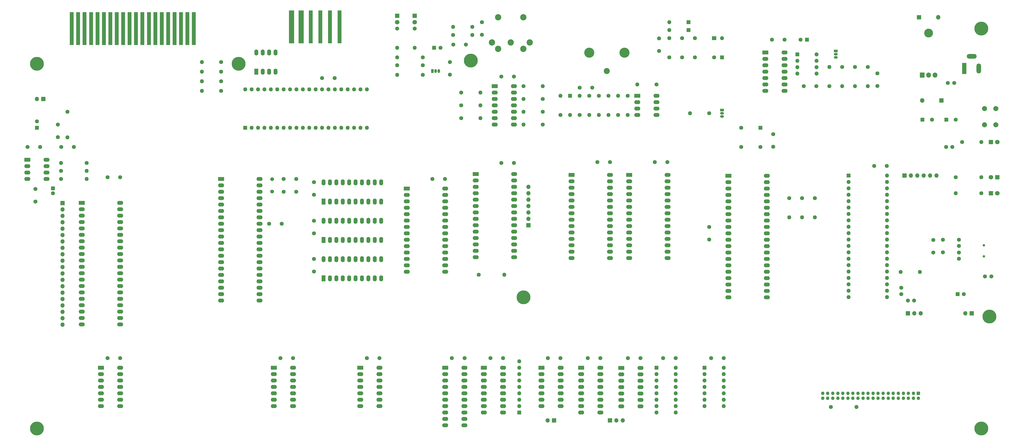
<source format=gbr>
%TF.GenerationSoftware,KiCad,Pcbnew,(6.0.6)*%
%TF.CreationDate,2022-08-30T12:21:23+02:00*%
%TF.ProjectId,Z80AllInOne,5a383041-6c6c-4496-9e4f-6e652e6b6963,rev?*%
%TF.SameCoordinates,Original*%
%TF.FileFunction,Soldermask,Bot*%
%TF.FilePolarity,Negative*%
%FSLAX46Y46*%
G04 Gerber Fmt 4.6, Leading zero omitted, Abs format (unit mm)*
G04 Created by KiCad (PCBNEW (6.0.6)) date 2022-08-30 12:21:23*
%MOMM*%
%LPD*%
G01*
G04 APERTURE LIST*
%ADD10C,5.500000*%
%ADD11C,1.600000*%
%ADD12R,1.800000X1.600000*%
%ADD13R,1.700000X1.700000*%
%ADD14O,1.700000X1.700000*%
%ADD15O,1.600000X1.600000*%
%ADD16R,1.650000X13.000000*%
%ADD17C,2.400000*%
%ADD18C,4.000000*%
%ADD19R,1.800000X1.800000*%
%ADD20C,1.800000*%
%ADD21R,2.400000X1.600000*%
%ADD22O,2.400000X1.600000*%
%ADD23O,3.500000X3.500000*%
%ADD24R,1.905000X2.000000*%
%ADD25O,1.905000X2.000000*%
%ADD26R,1.600000X1.600000*%
%ADD27O,1.800000X1.800000*%
%ADD28C,1.500000*%
%ADD29R,1.600000X2.400000*%
%ADD30O,1.600000X2.400000*%
%ADD31R,1.500000X1.050000*%
%ADD32O,1.500000X1.050000*%
%ADD33C,1.000000*%
%ADD34C,2.500000*%
%ADD35R,1.800000X4.400000*%
%ADD36O,1.800000X4.000000*%
%ADD37O,4.000000X1.800000*%
%ADD38R,2.000000X13.000000*%
%ADD39R,1.350000X1.350000*%
%ADD40O,1.350000X1.350000*%
%ADD41C,2.000000*%
%ADD42R,1.050000X1.500000*%
%ADD43O,1.050000X1.500000*%
G04 APERTURE END LIST*
D10*
%TO.C,*%
X214630000Y-146050000D03*
%TD*%
D11*
%TO.C,K1*%
X282575000Y-43180000D03*
X277495000Y-43180000D03*
X272415000Y-43180000D03*
X282575000Y-50800000D03*
X277495000Y-50800000D03*
X272415000Y-50800000D03*
D12*
X290195000Y-43180000D03*
D11*
X290195000Y-50800000D03*
%TD*%
D13*
%TO.C,JP4*%
X248920000Y-194945000D03*
D14*
X251460000Y-194945000D03*
X254000000Y-194945000D03*
%TD*%
D10*
%TO.C,*%
X396240000Y-198120000D03*
%TD*%
D11*
%TO.C,C4*%
X313690000Y-81320000D03*
X313690000Y-86320000D03*
%TD*%
%TO.C,R21*%
X335905000Y-62215564D03*
D15*
X335905000Y-54595564D03*
%TD*%
D11*
%TO.C,C49*%
X198120000Y-41870000D03*
X198120000Y-36870000D03*
%TD*%
D16*
%TO.C,JE1*%
X83820000Y-39370000D03*
X81270000Y-39370000D03*
X78720000Y-39370000D03*
X76170000Y-39370000D03*
X73620000Y-39370000D03*
X71070000Y-39370000D03*
X68520000Y-39370000D03*
X65970000Y-39370000D03*
X63420000Y-39370000D03*
X60870000Y-39370000D03*
X58320000Y-39370000D03*
X55770000Y-39370000D03*
X53220000Y-39370000D03*
X50670000Y-39370000D03*
X48120000Y-39370000D03*
X45570000Y-39370000D03*
X43020000Y-39370000D03*
X40470000Y-39370000D03*
X37920000Y-39370000D03*
X35370000Y-39370000D03*
%TD*%
D11*
%TO.C,R5*%
X94615000Y-56515000D03*
D15*
X86995000Y-56515000D03*
%TD*%
D11*
%TO.C,C32*%
X20955000Y-103095112D03*
X20955000Y-108095112D03*
%TD*%
%TO.C,R19*%
X174625000Y-50800000D03*
D15*
X164465000Y-50800000D03*
%TD*%
D17*
%TO.C,J3*%
X247650000Y-56210000D03*
D18*
X254650000Y-48940000D03*
X240650000Y-48940000D03*
%TD*%
D19*
%TO.C,D4*%
X400050000Y-84455000D03*
D20*
X402590000Y-84455000D03*
%TD*%
D11*
%TO.C,C38*%
X206470000Y-170180000D03*
X201470000Y-170180000D03*
%TD*%
D21*
%TO.C,U28*%
X183515000Y-173990000D03*
D22*
X183515000Y-176530000D03*
X183515000Y-179070000D03*
X183515000Y-181610000D03*
X183515000Y-184150000D03*
X183515000Y-186690000D03*
X183515000Y-189230000D03*
X183515000Y-191770000D03*
X183515000Y-194310000D03*
X183515000Y-196850000D03*
X191135000Y-196850000D03*
X191135000Y-194310000D03*
X191135000Y-191770000D03*
X191135000Y-189230000D03*
X191135000Y-186690000D03*
X191135000Y-184150000D03*
X191135000Y-181610000D03*
X191135000Y-179070000D03*
X191135000Y-176530000D03*
X191135000Y-173990000D03*
%TD*%
D11*
%TO.C,R38*%
X244475000Y-66030000D03*
D15*
X244475000Y-73650000D03*
%TD*%
D23*
%TO.C,U29*%
X375285000Y-41190000D03*
D24*
X372745000Y-57850000D03*
D25*
X375285000Y-57850000D03*
X377825000Y-57850000D03*
%TD*%
D26*
%TO.C,D10*%
X233045000Y-66030000D03*
D15*
X233045000Y-73650000D03*
%TD*%
D26*
%TO.C,D8*%
X280035000Y-40005000D03*
D15*
X272415000Y-40005000D03*
%TD*%
D26*
%TO.C,C19*%
X179152375Y-46990000D03*
D11*
X181652375Y-46990000D03*
%TD*%
D26*
%TO.C,U23*%
X323215000Y-49655564D03*
D15*
X323215000Y-52195564D03*
X323215000Y-54735564D03*
X323215000Y-57275564D03*
X330835000Y-57275564D03*
X330835000Y-54735564D03*
X330835000Y-52195564D03*
X330835000Y-49655564D03*
%TD*%
D11*
%TO.C,C37*%
X224235000Y-170180000D03*
X229235000Y-170180000D03*
%TD*%
%TO.C,R14*%
X41275000Y-92710000D03*
D15*
X31115000Y-92710000D03*
%TD*%
D11*
%TO.C,C6*%
X353735000Y-93945000D03*
X358735000Y-93945000D03*
%TD*%
%TO.C,R4*%
X94615000Y-52705000D03*
D15*
X86995000Y-52705000D03*
%TD*%
D21*
%TO.C,U26*%
X198875000Y-174005000D03*
D22*
X198875000Y-176545000D03*
X198875000Y-179085000D03*
X198875000Y-181625000D03*
X198875000Y-184165000D03*
X198875000Y-186705000D03*
X198875000Y-189245000D03*
X198875000Y-191785000D03*
X206495000Y-191785000D03*
X206495000Y-189245000D03*
X206495000Y-186705000D03*
X206495000Y-184165000D03*
X206495000Y-181625000D03*
X206495000Y-179085000D03*
X206495000Y-176545000D03*
X206495000Y-174005000D03*
%TD*%
D11*
%TO.C,R3*%
X325120000Y-106680000D03*
D15*
X325120000Y-114300000D03*
%TD*%
D21*
%TO.C,U2*%
X233680000Y-97515000D03*
D22*
X233680000Y-100055000D03*
X233680000Y-102595000D03*
X233680000Y-105135000D03*
X233680000Y-107675000D03*
X233680000Y-110215000D03*
X233680000Y-112755000D03*
X233680000Y-115295000D03*
X233680000Y-117835000D03*
X233680000Y-120375000D03*
X233680000Y-122915000D03*
X233680000Y-125455000D03*
X233680000Y-127995000D03*
X233680000Y-130535000D03*
X248920000Y-130535000D03*
X248920000Y-127995000D03*
X248920000Y-125455000D03*
X248920000Y-122915000D03*
X248920000Y-120375000D03*
X248920000Y-117835000D03*
X248920000Y-115295000D03*
X248920000Y-112755000D03*
X248920000Y-110215000D03*
X248920000Y-107675000D03*
X248920000Y-105135000D03*
X248920000Y-102595000D03*
X248920000Y-100055000D03*
X248920000Y-97515000D03*
%TD*%
D11*
%TO.C,C30*%
X31195000Y-86360000D03*
X36195000Y-86360000D03*
%TD*%
%TO.C,C31*%
X17860000Y-86360000D03*
X22860000Y-86360000D03*
%TD*%
D19*
%TO.C,D6*%
X402590000Y-98425000D03*
D20*
X400050000Y-98425000D03*
%TD*%
D11*
%TO.C,C34*%
X354955000Y-62175564D03*
X354955000Y-57175564D03*
%TD*%
D21*
%TO.C,U20*%
X46990000Y-173975000D03*
D22*
X46990000Y-176515000D03*
X46990000Y-179055000D03*
X46990000Y-181595000D03*
X46990000Y-184135000D03*
X46990000Y-186675000D03*
X46990000Y-189215000D03*
X54610000Y-189215000D03*
X54610000Y-186675000D03*
X54610000Y-184135000D03*
X54610000Y-181595000D03*
X54610000Y-179055000D03*
X54610000Y-176515000D03*
X54610000Y-173975000D03*
%TD*%
D11*
%TO.C,R29*%
X222250000Y-72390000D03*
D15*
X214630000Y-72390000D03*
%TD*%
D11*
%TO.C,C3*%
X266700000Y-92430000D03*
X271700000Y-92430000D03*
%TD*%
D21*
%TO.C,U3*%
X256540000Y-97515000D03*
D22*
X256540000Y-100055000D03*
X256540000Y-102595000D03*
X256540000Y-105135000D03*
X256540000Y-107675000D03*
X256540000Y-110215000D03*
X256540000Y-112755000D03*
X256540000Y-115295000D03*
X256540000Y-117835000D03*
X256540000Y-120375000D03*
X256540000Y-122915000D03*
X256540000Y-125455000D03*
X256540000Y-127995000D03*
X256540000Y-130535000D03*
X271780000Y-130535000D03*
X271780000Y-127995000D03*
X271780000Y-125455000D03*
X271780000Y-122915000D03*
X271780000Y-120375000D03*
X271780000Y-117835000D03*
X271780000Y-115295000D03*
X271780000Y-112755000D03*
X271780000Y-110215000D03*
X271780000Y-107675000D03*
X271780000Y-105135000D03*
X271780000Y-102595000D03*
X271780000Y-100055000D03*
X271780000Y-97515000D03*
%TD*%
D26*
%TO.C,U4*%
X104185000Y-78785000D03*
D15*
X106725000Y-78785000D03*
X109265000Y-78785000D03*
X111805000Y-78785000D03*
X114345000Y-78785000D03*
X116885000Y-78785000D03*
X119425000Y-78785000D03*
X121965000Y-78785000D03*
X124505000Y-78785000D03*
X127045000Y-78785000D03*
X129585000Y-78785000D03*
X132125000Y-78785000D03*
X134665000Y-78785000D03*
X137205000Y-78785000D03*
X139745000Y-78785000D03*
X142285000Y-78785000D03*
X144825000Y-78785000D03*
X147365000Y-78785000D03*
X149905000Y-78785000D03*
X152445000Y-78785000D03*
X152445000Y-63545000D03*
X149905000Y-63545000D03*
X147365000Y-63545000D03*
X144825000Y-63545000D03*
X142285000Y-63545000D03*
X139745000Y-63545000D03*
X137205000Y-63545000D03*
X134665000Y-63545000D03*
X132125000Y-63545000D03*
X129585000Y-63545000D03*
X127045000Y-63545000D03*
X124505000Y-63545000D03*
X121965000Y-63545000D03*
X119425000Y-63545000D03*
X116885000Y-63545000D03*
X114345000Y-63545000D03*
X111805000Y-63545000D03*
X109265000Y-63545000D03*
X106725000Y-63545000D03*
X104185000Y-63545000D03*
%TD*%
D19*
%TO.C,D3*%
X380365000Y-67945000D03*
D27*
X372745000Y-67945000D03*
%TD*%
D21*
%TO.C,U13*%
X253350000Y-174090000D03*
D22*
X253350000Y-176630000D03*
X253350000Y-179170000D03*
X253350000Y-181710000D03*
X253350000Y-184250000D03*
X253350000Y-186790000D03*
X253350000Y-189330000D03*
X260970000Y-189330000D03*
X260970000Y-186790000D03*
X260970000Y-184250000D03*
X260970000Y-181710000D03*
X260970000Y-179170000D03*
X260970000Y-176630000D03*
X260970000Y-174090000D03*
%TD*%
D11*
%TO.C,R24*%
X288290000Y-73025000D03*
D15*
X280670000Y-73025000D03*
%TD*%
D11*
%TO.C,C23*%
X131445000Y-120650000D03*
X131445000Y-115650000D03*
%TD*%
D10*
%TO.C,*%
X101600000Y-53340000D03*
%TD*%
D21*
%TO.C,U19*%
X259715000Y-66040000D03*
D22*
X259715000Y-68580000D03*
X259715000Y-71120000D03*
X259715000Y-73660000D03*
X267335000Y-73660000D03*
X267335000Y-71120000D03*
X267335000Y-68580000D03*
X267335000Y-66040000D03*
%TD*%
D13*
%TO.C,JP2*%
X367045000Y-152400000D03*
D14*
X369585000Y-152400000D03*
X372125000Y-152400000D03*
%TD*%
D11*
%TO.C,R36*%
X248285000Y-66030000D03*
D15*
X248285000Y-73650000D03*
%TD*%
D11*
%TO.C,R8*%
X171450000Y-39370000D03*
D15*
X171450000Y-46990000D03*
%TD*%
D11*
%TO.C,C29*%
X54610000Y-98425000D03*
X49610000Y-98425000D03*
%TD*%
D28*
%TO.C,Y2*%
X114875000Y-104050000D03*
X114875000Y-99150000D03*
%TD*%
D10*
%TO.C,*%
X21590000Y-53340000D03*
%TD*%
D11*
%TO.C,C27*%
X274965000Y-170190000D03*
X269965000Y-170190000D03*
%TD*%
%TO.C,R32*%
X194310000Y-38735000D03*
D15*
X186690000Y-38735000D03*
%TD*%
D29*
%TO.C,U9*%
X135255000Y-123290000D03*
D30*
X137795000Y-123290000D03*
X140335000Y-123290000D03*
X142875000Y-123290000D03*
X145415000Y-123290000D03*
X147955000Y-123290000D03*
X150495000Y-123290000D03*
X153035000Y-123290000D03*
X155575000Y-123290000D03*
X158115000Y-123290000D03*
X158115000Y-115670000D03*
X155575000Y-115670000D03*
X153035000Y-115670000D03*
X150495000Y-115670000D03*
X147955000Y-115670000D03*
X145415000Y-115670000D03*
X142875000Y-115670000D03*
X140335000Y-115670000D03*
X137795000Y-115670000D03*
X135255000Y-115670000D03*
%TD*%
D29*
%TO.C,U8*%
X135260000Y-108040000D03*
D30*
X137800000Y-108040000D03*
X140340000Y-108040000D03*
X142880000Y-108040000D03*
X145420000Y-108040000D03*
X147960000Y-108040000D03*
X150500000Y-108040000D03*
X153040000Y-108040000D03*
X155580000Y-108040000D03*
X158120000Y-108040000D03*
X158120000Y-100420000D03*
X155580000Y-100420000D03*
X153040000Y-100420000D03*
X150500000Y-100420000D03*
X147960000Y-100420000D03*
X145420000Y-100420000D03*
X142880000Y-100420000D03*
X140340000Y-100420000D03*
X137800000Y-100420000D03*
X135260000Y-100420000D03*
%TD*%
D11*
%TO.C,R28*%
X222250000Y-77470000D03*
D15*
X214630000Y-77470000D03*
%TD*%
D11*
%TO.C,R35*%
X252095000Y-73650000D03*
D15*
X252095000Y-66030000D03*
%TD*%
D26*
%TO.C,U27*%
X286425000Y-173990000D03*
D15*
X286425000Y-176530000D03*
X286425000Y-179070000D03*
X286425000Y-181610000D03*
X286425000Y-184150000D03*
X286425000Y-186690000D03*
X286425000Y-189230000D03*
X294045000Y-189230000D03*
X294045000Y-186690000D03*
X294045000Y-184150000D03*
X294045000Y-181610000D03*
X294045000Y-179070000D03*
X294045000Y-176530000D03*
X294045000Y-173990000D03*
%TD*%
D13*
%TO.C,SPEAKER1*%
X24130000Y-67310000D03*
D14*
X21590000Y-67310000D03*
%TD*%
D26*
%TO.C,C42*%
X27940000Y-102775000D03*
D11*
X27940000Y-104775000D03*
%TD*%
%TO.C,R33*%
X186690000Y-41910000D03*
D15*
X194310000Y-41910000D03*
%TD*%
D11*
%TO.C,R10*%
X364202500Y-135990000D03*
D15*
X371822500Y-135990000D03*
%TD*%
D11*
%TO.C,R37*%
X267335000Y-61585000D03*
D15*
X259715000Y-61585000D03*
%TD*%
D11*
%TO.C,R12*%
X31115000Y-99060000D03*
D15*
X41275000Y-99060000D03*
%TD*%
D21*
%TO.C,U12*%
X310515000Y-48895000D03*
D22*
X310515000Y-51435000D03*
X310515000Y-53975000D03*
X310515000Y-56515000D03*
X310515000Y-59055000D03*
X310515000Y-61595000D03*
X310515000Y-64135000D03*
X318135000Y-64135000D03*
X318135000Y-61595000D03*
X318135000Y-59055000D03*
X318135000Y-56515000D03*
X318135000Y-53975000D03*
X318135000Y-51435000D03*
X318135000Y-48895000D03*
%TD*%
D21*
%TO.C,U22*%
X17780000Y-91440000D03*
D22*
X17780000Y-93980000D03*
X17780000Y-96520000D03*
X17780000Y-99060000D03*
X25400000Y-99060000D03*
X25400000Y-96520000D03*
X25400000Y-93980000D03*
X25400000Y-91440000D03*
%TD*%
D11*
%TO.C,C26*%
X118190000Y-170185000D03*
X123190000Y-170185000D03*
%TD*%
D26*
%TO.C,C54*%
X382280000Y-75565000D03*
D11*
X386080000Y-75565000D03*
%TD*%
%TO.C,R11*%
X386080000Y-98425000D03*
D15*
X396240000Y-98425000D03*
%TD*%
D11*
%TO.C,C35*%
X325785000Y-62215564D03*
X330785000Y-62215564D03*
%TD*%
%TO.C,C51*%
X236855000Y-62855000D03*
X241855000Y-62855000D03*
%TD*%
%TO.C,R7*%
X94615000Y-64135000D03*
D15*
X86995000Y-64135000D03*
%TD*%
D11*
%TO.C,R43*%
X396240000Y-104775000D03*
D15*
X386080000Y-104775000D03*
%TD*%
D13*
%TO.C,J4*%
X365760000Y-97755000D03*
D14*
X368300000Y-97755000D03*
X370840000Y-97755000D03*
X373380000Y-97755000D03*
X375920000Y-97755000D03*
X378460000Y-97755000D03*
%TD*%
D11*
%TO.C,R2*%
X320040000Y-106680000D03*
D15*
X320040000Y-114300000D03*
%TD*%
D11*
%TO.C,R30*%
X222250000Y-67310000D03*
D15*
X214630000Y-67310000D03*
%TD*%
D29*
%TO.C,U10*%
X135260000Y-138520000D03*
D30*
X137800000Y-138520000D03*
X140340000Y-138520000D03*
X142880000Y-138520000D03*
X145420000Y-138520000D03*
X147960000Y-138520000D03*
X150500000Y-138520000D03*
X153040000Y-138520000D03*
X155580000Y-138520000D03*
X158120000Y-138520000D03*
X158120000Y-130900000D03*
X155580000Y-130900000D03*
X153040000Y-130900000D03*
X150500000Y-130900000D03*
X147960000Y-130900000D03*
X145420000Y-130900000D03*
X142880000Y-130900000D03*
X140340000Y-130900000D03*
X137800000Y-130900000D03*
X135260000Y-130900000D03*
%TD*%
D10*
%TO.C,*%
X193675000Y-52070000D03*
%TD*%
D11*
%TO.C,C17*%
X124420000Y-99060000D03*
X119420000Y-99060000D03*
%TD*%
D13*
%TO.C,JP1*%
X392430000Y-152400000D03*
D14*
X389890000Y-152400000D03*
%TD*%
D21*
%TO.C,U18*%
X203200000Y-62230000D03*
D22*
X203200000Y-64770000D03*
X203200000Y-67310000D03*
X203200000Y-69850000D03*
X203200000Y-72390000D03*
X203200000Y-74930000D03*
X203200000Y-77470000D03*
X210820000Y-77470000D03*
X210820000Y-74930000D03*
X210820000Y-72390000D03*
X210820000Y-69850000D03*
X210820000Y-67310000D03*
X210820000Y-64770000D03*
X210820000Y-62230000D03*
%TD*%
D31*
%TO.C,Q3*%
X338445000Y-48245564D03*
D32*
X338445000Y-49515564D03*
X338445000Y-50785564D03*
%TD*%
D21*
%TO.C,U17*%
X149865000Y-173990000D03*
D22*
X149865000Y-176530000D03*
X149865000Y-179070000D03*
X149865000Y-181610000D03*
X149865000Y-184150000D03*
X149865000Y-186690000D03*
X149865000Y-189230000D03*
X157485000Y-189230000D03*
X157485000Y-186690000D03*
X157485000Y-184150000D03*
X157485000Y-181610000D03*
X157485000Y-179070000D03*
X157485000Y-176530000D03*
X157485000Y-173990000D03*
%TD*%
D26*
%TO.C,U5*%
X343530000Y-97760000D03*
D15*
X343530000Y-100300000D03*
X343530000Y-102840000D03*
X343530000Y-105380000D03*
X343530000Y-107920000D03*
X343530000Y-110460000D03*
X343530000Y-113000000D03*
X343530000Y-115540000D03*
X343530000Y-118080000D03*
X343530000Y-120620000D03*
X343530000Y-123160000D03*
X343530000Y-125700000D03*
X343530000Y-128240000D03*
X343530000Y-130780000D03*
X343530000Y-133320000D03*
X343530000Y-135860000D03*
X343530000Y-138400000D03*
X343530000Y-140940000D03*
X343530000Y-143480000D03*
X343530000Y-146020000D03*
X358770000Y-146020000D03*
X358770000Y-143480000D03*
X358770000Y-140940000D03*
X358770000Y-138400000D03*
X358770000Y-135860000D03*
X358770000Y-133320000D03*
X358770000Y-130780000D03*
X358770000Y-128240000D03*
X358770000Y-125700000D03*
X358770000Y-123160000D03*
X358770000Y-120620000D03*
X358770000Y-118080000D03*
X358770000Y-115540000D03*
X358770000Y-113000000D03*
X358770000Y-110460000D03*
X358770000Y-107920000D03*
X358770000Y-105380000D03*
X358770000Y-102840000D03*
X358770000Y-100300000D03*
X358770000Y-97760000D03*
%TD*%
D11*
%TO.C,R13*%
X31115000Y-95885000D03*
D15*
X41275000Y-95885000D03*
%TD*%
D21*
%TO.C,U24*%
X195630000Y-97155000D03*
D22*
X195630000Y-99695000D03*
X195630000Y-102235000D03*
X195630000Y-104775000D03*
X195630000Y-107315000D03*
X195630000Y-109855000D03*
X195630000Y-112395000D03*
X195630000Y-114935000D03*
X195630000Y-117475000D03*
X195630000Y-120015000D03*
X195630000Y-122555000D03*
X195630000Y-125095000D03*
X195630000Y-127635000D03*
X195630000Y-130175000D03*
X210870000Y-130175000D03*
X210870000Y-127635000D03*
X210870000Y-125095000D03*
X210870000Y-122555000D03*
X210870000Y-120015000D03*
X210870000Y-117475000D03*
X210870000Y-114935000D03*
X210870000Y-112395000D03*
X210870000Y-109855000D03*
X210870000Y-107315000D03*
X210870000Y-104775000D03*
X210870000Y-102235000D03*
X210870000Y-99695000D03*
X210870000Y-97155000D03*
%TD*%
D26*
%TO.C,C41*%
X386779888Y-144780000D03*
D11*
X389279888Y-144780000D03*
%TD*%
%TO.C,C46*%
X318125000Y-43820000D03*
X313125000Y-43820000D03*
%TD*%
D21*
%TO.C,U7*%
X94615000Y-99065000D03*
D22*
X94615000Y-101605000D03*
X94615000Y-104145000D03*
X94615000Y-106685000D03*
X94615000Y-109225000D03*
X94615000Y-111765000D03*
X94615000Y-114305000D03*
X94615000Y-116845000D03*
X94615000Y-119385000D03*
X94615000Y-121925000D03*
X94615000Y-124465000D03*
X94615000Y-127005000D03*
X94615000Y-129545000D03*
X94615000Y-132085000D03*
X94615000Y-134625000D03*
X94615000Y-137165000D03*
X94615000Y-139705000D03*
X94615000Y-142245000D03*
X94615000Y-144785000D03*
X94615000Y-147325000D03*
X109855000Y-147325000D03*
X109855000Y-144785000D03*
X109855000Y-142245000D03*
X109855000Y-139705000D03*
X109855000Y-137165000D03*
X109855000Y-134625000D03*
X109855000Y-132085000D03*
X109855000Y-129545000D03*
X109855000Y-127005000D03*
X109855000Y-124465000D03*
X109855000Y-121925000D03*
X109855000Y-119385000D03*
X109855000Y-116845000D03*
X109855000Y-114305000D03*
X109855000Y-111765000D03*
X109855000Y-109225000D03*
X109855000Y-106685000D03*
X109855000Y-104145000D03*
X109855000Y-101605000D03*
X109855000Y-99065000D03*
%TD*%
D11*
%TO.C,C24*%
X178475000Y-99060000D03*
X183475000Y-99060000D03*
%TD*%
D19*
%TO.C,D11*%
X400050000Y-104775000D03*
D20*
X402590000Y-104775000D03*
%TD*%
D33*
%TO.C,J1*%
X397200000Y-125430000D03*
X397200000Y-129830000D03*
%TD*%
D11*
%TO.C,C20*%
X113705000Y-116840000D03*
X118705000Y-116840000D03*
%TD*%
%TO.C,R40*%
X236855000Y-73650000D03*
D15*
X236855000Y-66030000D03*
%TD*%
D31*
%TO.C,Q4*%
X293370000Y-71755000D03*
D32*
X293370000Y-73025000D03*
X293370000Y-74295000D03*
%TD*%
D11*
%TO.C,C5*%
X134660000Y-59055000D03*
X139660000Y-59055000D03*
%TD*%
D34*
%TO.C,J6*%
X202050000Y-44910000D03*
X209550000Y-44910000D03*
X217050000Y-44910000D03*
X204550000Y-47410000D03*
X214550000Y-47410000D03*
X214550000Y-34910000D03*
X204550000Y-34910000D03*
%TD*%
D11*
%TO.C,R42*%
X196850000Y-137110000D03*
D15*
X207010000Y-137110000D03*
%TD*%
D11*
%TO.C,C2*%
X243920000Y-92430000D03*
X248920000Y-92430000D03*
%TD*%
%TO.C,C1*%
X288290000Y-123110000D03*
X288290000Y-118110000D03*
%TD*%
%TO.C,C39*%
X210820000Y-92710000D03*
X205820000Y-92710000D03*
%TD*%
D35*
%TO.C,JP5*%
X389430000Y-55210000D03*
D36*
X395230000Y-55210000D03*
D37*
X392430000Y-50410000D03*
%TD*%
D11*
%TO.C,C52*%
X289005000Y-170180000D03*
X294005000Y-170180000D03*
%TD*%
%TO.C,C47*%
X268357500Y-48265000D03*
X268357500Y-43265000D03*
%TD*%
%TO.C,R39*%
X240665000Y-66030000D03*
D15*
X240665000Y-73650000D03*
%TD*%
D11*
%TO.C,C48*%
X191770000Y-45720000D03*
X186770000Y-45720000D03*
%TD*%
%TO.C,C22*%
X131445000Y-135850000D03*
X131445000Y-130850000D03*
%TD*%
D26*
%TO.C,C36*%
X327015000Y-43820000D03*
D11*
X324515000Y-43820000D03*
%TD*%
%TO.C,C21*%
X131445000Y-100330000D03*
X131445000Y-105330000D03*
%TD*%
D21*
%TO.C,U21*%
X39370000Y-108585000D03*
D22*
X39370000Y-111125000D03*
X39370000Y-113665000D03*
X39370000Y-116205000D03*
X39370000Y-118745000D03*
X39370000Y-121285000D03*
X39370000Y-123825000D03*
X39370000Y-126365000D03*
X39370000Y-128905000D03*
X39370000Y-131445000D03*
X39370000Y-133985000D03*
X39370000Y-136525000D03*
X39370000Y-139065000D03*
X39370000Y-141605000D03*
X39370000Y-144145000D03*
X39370000Y-146685000D03*
X39370000Y-149225000D03*
X39370000Y-151765000D03*
X39370000Y-154305000D03*
X39370000Y-156845000D03*
X54610000Y-156845000D03*
X54610000Y-154305000D03*
X54610000Y-151765000D03*
X54610000Y-149225000D03*
X54610000Y-146685000D03*
X54610000Y-144145000D03*
X54610000Y-141605000D03*
X54610000Y-139065000D03*
X54610000Y-136525000D03*
X54610000Y-133985000D03*
X54610000Y-131445000D03*
X54610000Y-128905000D03*
X54610000Y-126365000D03*
X54610000Y-123825000D03*
X54610000Y-121285000D03*
X54610000Y-118745000D03*
X54610000Y-116205000D03*
X54610000Y-113665000D03*
X54610000Y-111125000D03*
X54610000Y-108585000D03*
%TD*%
D11*
%TO.C,R25*%
X189865000Y-64770000D03*
D15*
X197485000Y-64770000D03*
%TD*%
D26*
%TO.C,C53*%
X372847349Y-75565000D03*
D11*
X376647349Y-75565000D03*
%TD*%
%TO.C,R18*%
X174625000Y-53975000D03*
D15*
X164465000Y-53975000D03*
%TD*%
D11*
%TO.C,C45*%
X382197651Y-86360000D03*
X384697651Y-86360000D03*
%TD*%
%TO.C,C28*%
X49600000Y-170170000D03*
X54600000Y-170170000D03*
%TD*%
%TO.C,C12*%
X387350000Y-128290000D03*
X387350000Y-130790000D03*
%TD*%
%TO.C,C9*%
X377190000Y-128270000D03*
X377190000Y-123270000D03*
%TD*%
%TO.C,R27*%
X189865000Y-74930000D03*
D15*
X197485000Y-74930000D03*
%TD*%
D11*
%TO.C,C15*%
X245110000Y-170180000D03*
X240110000Y-170180000D03*
%TD*%
%TO.C,R41*%
X229235000Y-73650000D03*
D15*
X229235000Y-66030000D03*
%TD*%
D13*
%TO.C,JP3*%
X226700000Y-194945000D03*
D14*
X224160000Y-194945000D03*
%TD*%
D11*
%TO.C,R6*%
X94615000Y-60325000D03*
D15*
X86995000Y-60325000D03*
%TD*%
D19*
%TO.C,D1*%
X171450000Y-34290000D03*
D20*
X171450000Y-36830000D03*
%TD*%
D11*
%TO.C,C40*%
X191185000Y-170170000D03*
X186185000Y-170170000D03*
%TD*%
%TO.C,C11*%
X387350000Y-123190000D03*
X387350000Y-125690000D03*
%TD*%
D16*
%TO.C,J2*%
X141605000Y-38735000D03*
X137795000Y-38735000D03*
X133985000Y-38735000D03*
X130175000Y-38735000D03*
D38*
X126365000Y-38735000D03*
X122555000Y-38735000D03*
%TD*%
D11*
%TO.C,R34*%
X255905000Y-66030000D03*
D15*
X255905000Y-73650000D03*
%TD*%
D11*
%TO.C,R1*%
X330200000Y-106680000D03*
D15*
X330200000Y-114300000D03*
%TD*%
D11*
%TO.C,R22*%
X340985000Y-54595564D03*
D15*
X340985000Y-62215564D03*
%TD*%
D26*
%TO.C,U15*%
X267335000Y-173990000D03*
D15*
X267335000Y-176530000D03*
X267335000Y-179070000D03*
X267335000Y-181610000D03*
X267335000Y-184150000D03*
X267335000Y-186690000D03*
X267335000Y-189230000D03*
X267335000Y-191770000D03*
X274955000Y-191770000D03*
X274955000Y-189230000D03*
X274955000Y-186690000D03*
X274955000Y-184150000D03*
X274955000Y-181610000D03*
X274955000Y-179070000D03*
X274955000Y-176530000D03*
X274955000Y-173990000D03*
%TD*%
D10*
%TO.C,REF\u002A\u002A*%
X21590000Y-198120000D03*
%TD*%
D11*
%TO.C,C33*%
X29845000Y-82510000D03*
X29845000Y-77510000D03*
%TD*%
%TO.C,R20*%
X346065000Y-54595564D03*
D15*
X346065000Y-62215564D03*
%TD*%
D11*
%TO.C,R23*%
X388620000Y-84455000D03*
D15*
X396240000Y-84455000D03*
%TD*%
D26*
%TO.C,D7*%
X293370000Y-50800000D03*
D15*
X293370000Y-43180000D03*
%TD*%
D22*
%TO.C,U1*%
X311150000Y-97790000D03*
X311150000Y-100330000D03*
X311150000Y-102870000D03*
X311150000Y-105410000D03*
X311150000Y-107950000D03*
X311150000Y-110490000D03*
X311150000Y-113030000D03*
X311150000Y-115570000D03*
X311150000Y-118110000D03*
X311150000Y-120650000D03*
X311150000Y-123190000D03*
X311150000Y-125730000D03*
X311150000Y-128270000D03*
X311150000Y-130810000D03*
X311150000Y-133350000D03*
X311150000Y-135890000D03*
X311150000Y-138430000D03*
X311150000Y-140970000D03*
X311150000Y-143510000D03*
X311150000Y-146050000D03*
X295910000Y-146050000D03*
X295910000Y-143510000D03*
X295910000Y-140970000D03*
X295910000Y-138430000D03*
X295910000Y-135890000D03*
X295910000Y-133350000D03*
X295910000Y-130810000D03*
X295910000Y-128270000D03*
X295910000Y-125730000D03*
X295910000Y-123190000D03*
X295910000Y-120650000D03*
X295910000Y-118110000D03*
X295910000Y-115570000D03*
X295910000Y-113030000D03*
X295910000Y-110490000D03*
X295910000Y-107950000D03*
X295910000Y-105410000D03*
X295910000Y-102870000D03*
X295910000Y-100330000D03*
D21*
X295910000Y-97790000D03*
%TD*%
D13*
%TO.C,J7*%
X31730000Y-108660000D03*
D14*
X31730000Y-111200000D03*
X31730000Y-113740000D03*
X31730000Y-116280000D03*
X31730000Y-118820000D03*
X31730000Y-121360000D03*
X31730000Y-123900000D03*
X31730000Y-126440000D03*
X31730000Y-128980000D03*
X31730000Y-131520000D03*
X31730000Y-134060000D03*
X31730000Y-136600000D03*
X31730000Y-139140000D03*
X31730000Y-141680000D03*
X31730000Y-144220000D03*
X31730000Y-146760000D03*
X31730000Y-149300000D03*
X31730000Y-151840000D03*
X31730000Y-154380000D03*
X31730000Y-156920000D03*
%TD*%
D39*
%TO.C,J10*%
X371267500Y-184150000D03*
D40*
X371267500Y-186150000D03*
X369267500Y-184150000D03*
X369267500Y-186150000D03*
X367267500Y-184150000D03*
X367267500Y-186150000D03*
X365267500Y-184150000D03*
X365267500Y-186150000D03*
X363267500Y-184150000D03*
X363267500Y-186150000D03*
X361267500Y-184150000D03*
X361267500Y-186150000D03*
X359267500Y-184150000D03*
X359267500Y-186150000D03*
X357267500Y-184150000D03*
X357267500Y-186150000D03*
X355267500Y-184150000D03*
X355267500Y-186150000D03*
X353267500Y-184150000D03*
X353267500Y-186150000D03*
X351267500Y-184150000D03*
X351267500Y-186150000D03*
X349267500Y-184150000D03*
X349267500Y-186150000D03*
X347267500Y-184150000D03*
X347267500Y-186150000D03*
X345267500Y-184150000D03*
X345267500Y-186150000D03*
X343267500Y-184150000D03*
X343267500Y-186150000D03*
X341267500Y-184150000D03*
X341267500Y-186150000D03*
X339267500Y-184150000D03*
X339267500Y-186150000D03*
X337267500Y-184150000D03*
X337267500Y-186150000D03*
X335267500Y-184150000D03*
X335267500Y-186150000D03*
X333267500Y-184150000D03*
X333267500Y-186150000D03*
%TD*%
D26*
%TO.C,RN1*%
X212860000Y-191770000D03*
D15*
X212860000Y-189230000D03*
X212860000Y-186690000D03*
X212860000Y-184150000D03*
X212860000Y-181610000D03*
X212860000Y-179070000D03*
X212860000Y-176530000D03*
X212860000Y-173990000D03*
X212860000Y-171450000D03*
%TD*%
D11*
%TO.C,R15*%
X33655000Y-72390000D03*
D15*
X33655000Y-82550000D03*
%TD*%
D19*
%TO.C,D12*%
X371475000Y-34925000D03*
D27*
X379095000Y-34925000D03*
%TD*%
D11*
%TO.C,C7*%
X369570000Y-147320000D03*
X367070000Y-147320000D03*
%TD*%
%TO.C,R26*%
X189865000Y-69850000D03*
D15*
X197485000Y-69850000D03*
%TD*%
D21*
%TO.C,U16*%
X115555000Y-173990000D03*
D22*
X115555000Y-176530000D03*
X115555000Y-179070000D03*
X115555000Y-181610000D03*
X115555000Y-184150000D03*
X115555000Y-186690000D03*
X115555000Y-189230000D03*
X123175000Y-189230000D03*
X123175000Y-186690000D03*
X123175000Y-184150000D03*
X123175000Y-181610000D03*
X123175000Y-179070000D03*
X123175000Y-176530000D03*
X123175000Y-173990000D03*
%TD*%
D11*
%TO.C,R16*%
X351145000Y-54595564D03*
D15*
X351145000Y-62215564D03*
%TD*%
D21*
%TO.C,U14*%
X237490000Y-173980000D03*
D22*
X237490000Y-176520000D03*
X237490000Y-179060000D03*
X237490000Y-181600000D03*
X237490000Y-184140000D03*
X237490000Y-186680000D03*
X237490000Y-189220000D03*
X237490000Y-191760000D03*
X245110000Y-191760000D03*
X245110000Y-189220000D03*
X245110000Y-186680000D03*
X245110000Y-184140000D03*
X245110000Y-181600000D03*
X245110000Y-179060000D03*
X245110000Y-176520000D03*
X245110000Y-173980000D03*
%TD*%
D26*
%TO.C,D9*%
X280035000Y-36830000D03*
D15*
X272415000Y-36830000D03*
%TD*%
D10*
%TO.C,*%
X396240000Y-39370000D03*
%TD*%
D41*
%TO.C,SW2*%
X401955000Y-77620000D03*
X401955000Y-71120000D03*
X397455000Y-77620000D03*
X397455000Y-71120000D03*
%TD*%
D11*
%TO.C,C44*%
X382945000Y-60960000D03*
X385445000Y-60960000D03*
%TD*%
%TO.C,C14*%
X260985000Y-170180000D03*
X255985000Y-170180000D03*
%TD*%
%TO.C,C16*%
X124420000Y-104140000D03*
X119420000Y-104140000D03*
%TD*%
D26*
%TO.C,C43*%
X21590000Y-78740000D03*
D11*
X21590000Y-76240000D03*
%TD*%
D13*
%TO.C,J8*%
X216535000Y-117430000D03*
D14*
X216535000Y-114890000D03*
X216535000Y-112350000D03*
X216535000Y-109810000D03*
X216535000Y-107270000D03*
X216535000Y-104730000D03*
X216535000Y-102190000D03*
%TD*%
D11*
%TO.C,C18*%
X185420000Y-52705000D03*
X185420000Y-57705000D03*
%TD*%
%TO.C,C13*%
X400180000Y-137785000D03*
X397680000Y-137785000D03*
%TD*%
D26*
%TO.C,X1*%
X308610000Y-78740000D03*
D11*
X300990000Y-78740000D03*
X300990000Y-86360000D03*
X308610000Y-86360000D03*
%TD*%
%TO.C,R17*%
X174625000Y-57785000D03*
D15*
X164465000Y-57785000D03*
%TD*%
D21*
%TO.C,U25*%
X221695000Y-173990000D03*
D22*
X221695000Y-176530000D03*
X221695000Y-179070000D03*
X221695000Y-181610000D03*
X221695000Y-184150000D03*
X221695000Y-186690000D03*
X221695000Y-189230000D03*
X229315000Y-189230000D03*
X229315000Y-186690000D03*
X229315000Y-184150000D03*
X229315000Y-181610000D03*
X229315000Y-179070000D03*
X229315000Y-176530000D03*
X229315000Y-173990000D03*
%TD*%
D11*
%TO.C,C50*%
X210820000Y-58420000D03*
X205820000Y-58420000D03*
%TD*%
%TO.C,C25*%
X152475000Y-170185000D03*
X157475000Y-170185000D03*
%TD*%
%TO.C,C8*%
X364490000Y-144780000D03*
X364490000Y-142280000D03*
%TD*%
%TO.C,R31*%
X214630000Y-62230000D03*
D15*
X222250000Y-62230000D03*
%TD*%
D21*
%TO.C,U11*%
X168275000Y-102870000D03*
D22*
X168275000Y-105410000D03*
X168275000Y-107950000D03*
X168275000Y-110490000D03*
X168275000Y-113030000D03*
X168275000Y-115570000D03*
X168275000Y-118110000D03*
X168275000Y-120650000D03*
X168275000Y-123190000D03*
X168275000Y-125730000D03*
X168275000Y-128270000D03*
X168275000Y-130810000D03*
X168275000Y-133350000D03*
X168275000Y-135890000D03*
X183515000Y-135890000D03*
X183515000Y-133350000D03*
X183515000Y-130810000D03*
X183515000Y-128270000D03*
X183515000Y-125730000D03*
X183515000Y-123190000D03*
X183515000Y-120650000D03*
X183515000Y-118110000D03*
X183515000Y-115570000D03*
X183515000Y-113030000D03*
X183515000Y-110490000D03*
X183515000Y-107950000D03*
X183515000Y-105410000D03*
X183515000Y-102870000D03*
%TD*%
D11*
%TO.C,R44*%
X336550000Y-189595000D03*
D15*
X346710000Y-189595000D03*
%TD*%
D42*
%TO.C,Q2*%
X178435000Y-56240000D03*
D43*
X179705000Y-56240000D03*
X180975000Y-56240000D03*
%TD*%
D19*
%TO.C,D2*%
X164465000Y-34290000D03*
D20*
X164465000Y-36830000D03*
%TD*%
D11*
%TO.C,C10*%
X381000000Y-123190000D03*
X381000000Y-128190000D03*
%TD*%
D29*
%TO.C,SW1*%
X108595000Y-56530000D03*
D30*
X111135000Y-56530000D03*
X113675000Y-56530000D03*
X116215000Y-56530000D03*
X116215000Y-48910000D03*
X113675000Y-48910000D03*
X111135000Y-48910000D03*
X108595000Y-48910000D03*
%TD*%
D10*
%TO.C,*%
X399415000Y-153670000D03*
%TD*%
D11*
%TO.C,R9*%
X164465000Y-39370000D03*
D15*
X164465000Y-46990000D03*
%TD*%
M02*

</source>
